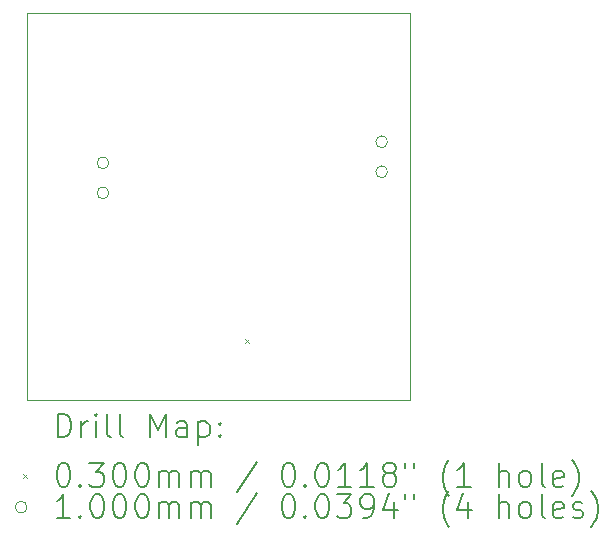
<source format=gbr>
%TF.GenerationSoftware,KiCad,Pcbnew,9.0.3*%
%TF.CreationDate,2025-11-11T20:03:33+05:30*%
%TF.ProjectId,mixed sig pcb(using microcontroller),6d697865-6420-4736-9967-207063622875,rev?*%
%TF.SameCoordinates,Original*%
%TF.FileFunction,Drillmap*%
%TF.FilePolarity,Positive*%
%FSLAX45Y45*%
G04 Gerber Fmt 4.5, Leading zero omitted, Abs format (unit mm)*
G04 Created by KiCad (PCBNEW 9.0.3) date 2025-11-11 20:03:33*
%MOMM*%
%LPD*%
G01*
G04 APERTURE LIST*
%ADD10C,0.050000*%
%ADD11C,0.200000*%
%ADD12C,0.100000*%
G04 APERTURE END LIST*
D10*
X14200000Y-8160000D02*
X17440000Y-8160000D01*
X17440000Y-11440000D01*
X14200000Y-11440000D01*
X14200000Y-8160000D01*
D11*
D12*
X16045000Y-10925000D02*
X16075000Y-10955000D01*
X16075000Y-10925000D02*
X16045000Y-10955000D01*
X14890000Y-9432500D02*
G75*
G02*
X14790000Y-9432500I-50000J0D01*
G01*
X14790000Y-9432500D02*
G75*
G02*
X14890000Y-9432500I50000J0D01*
G01*
X14890000Y-9686500D02*
G75*
G02*
X14790000Y-9686500I-50000J0D01*
G01*
X14790000Y-9686500D02*
G75*
G02*
X14890000Y-9686500I50000J0D01*
G01*
X17250000Y-9253500D02*
G75*
G02*
X17150000Y-9253500I-50000J0D01*
G01*
X17150000Y-9253500D02*
G75*
G02*
X17250000Y-9253500I50000J0D01*
G01*
X17250000Y-9507500D02*
G75*
G02*
X17150000Y-9507500I-50000J0D01*
G01*
X17150000Y-9507500D02*
G75*
G02*
X17250000Y-9507500I50000J0D01*
G01*
D11*
X14458277Y-11753984D02*
X14458277Y-11553984D01*
X14458277Y-11553984D02*
X14505896Y-11553984D01*
X14505896Y-11553984D02*
X14534467Y-11563508D01*
X14534467Y-11563508D02*
X14553515Y-11582555D01*
X14553515Y-11582555D02*
X14563039Y-11601603D01*
X14563039Y-11601603D02*
X14572562Y-11639698D01*
X14572562Y-11639698D02*
X14572562Y-11668269D01*
X14572562Y-11668269D02*
X14563039Y-11706365D01*
X14563039Y-11706365D02*
X14553515Y-11725412D01*
X14553515Y-11725412D02*
X14534467Y-11744460D01*
X14534467Y-11744460D02*
X14505896Y-11753984D01*
X14505896Y-11753984D02*
X14458277Y-11753984D01*
X14658277Y-11753984D02*
X14658277Y-11620650D01*
X14658277Y-11658746D02*
X14667801Y-11639698D01*
X14667801Y-11639698D02*
X14677324Y-11630174D01*
X14677324Y-11630174D02*
X14696372Y-11620650D01*
X14696372Y-11620650D02*
X14715420Y-11620650D01*
X14782086Y-11753984D02*
X14782086Y-11620650D01*
X14782086Y-11553984D02*
X14772562Y-11563508D01*
X14772562Y-11563508D02*
X14782086Y-11573031D01*
X14782086Y-11573031D02*
X14791610Y-11563508D01*
X14791610Y-11563508D02*
X14782086Y-11553984D01*
X14782086Y-11553984D02*
X14782086Y-11573031D01*
X14905896Y-11753984D02*
X14886848Y-11744460D01*
X14886848Y-11744460D02*
X14877324Y-11725412D01*
X14877324Y-11725412D02*
X14877324Y-11553984D01*
X15010658Y-11753984D02*
X14991610Y-11744460D01*
X14991610Y-11744460D02*
X14982086Y-11725412D01*
X14982086Y-11725412D02*
X14982086Y-11553984D01*
X15239229Y-11753984D02*
X15239229Y-11553984D01*
X15239229Y-11553984D02*
X15305896Y-11696841D01*
X15305896Y-11696841D02*
X15372562Y-11553984D01*
X15372562Y-11553984D02*
X15372562Y-11753984D01*
X15553515Y-11753984D02*
X15553515Y-11649222D01*
X15553515Y-11649222D02*
X15543991Y-11630174D01*
X15543991Y-11630174D02*
X15524943Y-11620650D01*
X15524943Y-11620650D02*
X15486848Y-11620650D01*
X15486848Y-11620650D02*
X15467801Y-11630174D01*
X15553515Y-11744460D02*
X15534467Y-11753984D01*
X15534467Y-11753984D02*
X15486848Y-11753984D01*
X15486848Y-11753984D02*
X15467801Y-11744460D01*
X15467801Y-11744460D02*
X15458277Y-11725412D01*
X15458277Y-11725412D02*
X15458277Y-11706365D01*
X15458277Y-11706365D02*
X15467801Y-11687317D01*
X15467801Y-11687317D02*
X15486848Y-11677793D01*
X15486848Y-11677793D02*
X15534467Y-11677793D01*
X15534467Y-11677793D02*
X15553515Y-11668269D01*
X15648753Y-11620650D02*
X15648753Y-11820650D01*
X15648753Y-11630174D02*
X15667801Y-11620650D01*
X15667801Y-11620650D02*
X15705896Y-11620650D01*
X15705896Y-11620650D02*
X15724943Y-11630174D01*
X15724943Y-11630174D02*
X15734467Y-11639698D01*
X15734467Y-11639698D02*
X15743991Y-11658746D01*
X15743991Y-11658746D02*
X15743991Y-11715888D01*
X15743991Y-11715888D02*
X15734467Y-11734936D01*
X15734467Y-11734936D02*
X15724943Y-11744460D01*
X15724943Y-11744460D02*
X15705896Y-11753984D01*
X15705896Y-11753984D02*
X15667801Y-11753984D01*
X15667801Y-11753984D02*
X15648753Y-11744460D01*
X15829705Y-11734936D02*
X15839229Y-11744460D01*
X15839229Y-11744460D02*
X15829705Y-11753984D01*
X15829705Y-11753984D02*
X15820182Y-11744460D01*
X15820182Y-11744460D02*
X15829705Y-11734936D01*
X15829705Y-11734936D02*
X15829705Y-11753984D01*
X15829705Y-11630174D02*
X15839229Y-11639698D01*
X15839229Y-11639698D02*
X15829705Y-11649222D01*
X15829705Y-11649222D02*
X15820182Y-11639698D01*
X15820182Y-11639698D02*
X15829705Y-11630174D01*
X15829705Y-11630174D02*
X15829705Y-11649222D01*
D12*
X14167500Y-12067500D02*
X14197500Y-12097500D01*
X14197500Y-12067500D02*
X14167500Y-12097500D01*
D11*
X14496372Y-11973984D02*
X14515420Y-11973984D01*
X14515420Y-11973984D02*
X14534467Y-11983508D01*
X14534467Y-11983508D02*
X14543991Y-11993031D01*
X14543991Y-11993031D02*
X14553515Y-12012079D01*
X14553515Y-12012079D02*
X14563039Y-12050174D01*
X14563039Y-12050174D02*
X14563039Y-12097793D01*
X14563039Y-12097793D02*
X14553515Y-12135888D01*
X14553515Y-12135888D02*
X14543991Y-12154936D01*
X14543991Y-12154936D02*
X14534467Y-12164460D01*
X14534467Y-12164460D02*
X14515420Y-12173984D01*
X14515420Y-12173984D02*
X14496372Y-12173984D01*
X14496372Y-12173984D02*
X14477324Y-12164460D01*
X14477324Y-12164460D02*
X14467801Y-12154936D01*
X14467801Y-12154936D02*
X14458277Y-12135888D01*
X14458277Y-12135888D02*
X14448753Y-12097793D01*
X14448753Y-12097793D02*
X14448753Y-12050174D01*
X14448753Y-12050174D02*
X14458277Y-12012079D01*
X14458277Y-12012079D02*
X14467801Y-11993031D01*
X14467801Y-11993031D02*
X14477324Y-11983508D01*
X14477324Y-11983508D02*
X14496372Y-11973984D01*
X14648753Y-12154936D02*
X14658277Y-12164460D01*
X14658277Y-12164460D02*
X14648753Y-12173984D01*
X14648753Y-12173984D02*
X14639229Y-12164460D01*
X14639229Y-12164460D02*
X14648753Y-12154936D01*
X14648753Y-12154936D02*
X14648753Y-12173984D01*
X14724943Y-11973984D02*
X14848753Y-11973984D01*
X14848753Y-11973984D02*
X14782086Y-12050174D01*
X14782086Y-12050174D02*
X14810658Y-12050174D01*
X14810658Y-12050174D02*
X14829705Y-12059698D01*
X14829705Y-12059698D02*
X14839229Y-12069222D01*
X14839229Y-12069222D02*
X14848753Y-12088269D01*
X14848753Y-12088269D02*
X14848753Y-12135888D01*
X14848753Y-12135888D02*
X14839229Y-12154936D01*
X14839229Y-12154936D02*
X14829705Y-12164460D01*
X14829705Y-12164460D02*
X14810658Y-12173984D01*
X14810658Y-12173984D02*
X14753515Y-12173984D01*
X14753515Y-12173984D02*
X14734467Y-12164460D01*
X14734467Y-12164460D02*
X14724943Y-12154936D01*
X14972562Y-11973984D02*
X14991610Y-11973984D01*
X14991610Y-11973984D02*
X15010658Y-11983508D01*
X15010658Y-11983508D02*
X15020182Y-11993031D01*
X15020182Y-11993031D02*
X15029705Y-12012079D01*
X15029705Y-12012079D02*
X15039229Y-12050174D01*
X15039229Y-12050174D02*
X15039229Y-12097793D01*
X15039229Y-12097793D02*
X15029705Y-12135888D01*
X15029705Y-12135888D02*
X15020182Y-12154936D01*
X15020182Y-12154936D02*
X15010658Y-12164460D01*
X15010658Y-12164460D02*
X14991610Y-12173984D01*
X14991610Y-12173984D02*
X14972562Y-12173984D01*
X14972562Y-12173984D02*
X14953515Y-12164460D01*
X14953515Y-12164460D02*
X14943991Y-12154936D01*
X14943991Y-12154936D02*
X14934467Y-12135888D01*
X14934467Y-12135888D02*
X14924943Y-12097793D01*
X14924943Y-12097793D02*
X14924943Y-12050174D01*
X14924943Y-12050174D02*
X14934467Y-12012079D01*
X14934467Y-12012079D02*
X14943991Y-11993031D01*
X14943991Y-11993031D02*
X14953515Y-11983508D01*
X14953515Y-11983508D02*
X14972562Y-11973984D01*
X15163039Y-11973984D02*
X15182086Y-11973984D01*
X15182086Y-11973984D02*
X15201134Y-11983508D01*
X15201134Y-11983508D02*
X15210658Y-11993031D01*
X15210658Y-11993031D02*
X15220182Y-12012079D01*
X15220182Y-12012079D02*
X15229705Y-12050174D01*
X15229705Y-12050174D02*
X15229705Y-12097793D01*
X15229705Y-12097793D02*
X15220182Y-12135888D01*
X15220182Y-12135888D02*
X15210658Y-12154936D01*
X15210658Y-12154936D02*
X15201134Y-12164460D01*
X15201134Y-12164460D02*
X15182086Y-12173984D01*
X15182086Y-12173984D02*
X15163039Y-12173984D01*
X15163039Y-12173984D02*
X15143991Y-12164460D01*
X15143991Y-12164460D02*
X15134467Y-12154936D01*
X15134467Y-12154936D02*
X15124943Y-12135888D01*
X15124943Y-12135888D02*
X15115420Y-12097793D01*
X15115420Y-12097793D02*
X15115420Y-12050174D01*
X15115420Y-12050174D02*
X15124943Y-12012079D01*
X15124943Y-12012079D02*
X15134467Y-11993031D01*
X15134467Y-11993031D02*
X15143991Y-11983508D01*
X15143991Y-11983508D02*
X15163039Y-11973984D01*
X15315420Y-12173984D02*
X15315420Y-12040650D01*
X15315420Y-12059698D02*
X15324943Y-12050174D01*
X15324943Y-12050174D02*
X15343991Y-12040650D01*
X15343991Y-12040650D02*
X15372563Y-12040650D01*
X15372563Y-12040650D02*
X15391610Y-12050174D01*
X15391610Y-12050174D02*
X15401134Y-12069222D01*
X15401134Y-12069222D02*
X15401134Y-12173984D01*
X15401134Y-12069222D02*
X15410658Y-12050174D01*
X15410658Y-12050174D02*
X15429705Y-12040650D01*
X15429705Y-12040650D02*
X15458277Y-12040650D01*
X15458277Y-12040650D02*
X15477324Y-12050174D01*
X15477324Y-12050174D02*
X15486848Y-12069222D01*
X15486848Y-12069222D02*
X15486848Y-12173984D01*
X15582086Y-12173984D02*
X15582086Y-12040650D01*
X15582086Y-12059698D02*
X15591610Y-12050174D01*
X15591610Y-12050174D02*
X15610658Y-12040650D01*
X15610658Y-12040650D02*
X15639229Y-12040650D01*
X15639229Y-12040650D02*
X15658277Y-12050174D01*
X15658277Y-12050174D02*
X15667801Y-12069222D01*
X15667801Y-12069222D02*
X15667801Y-12173984D01*
X15667801Y-12069222D02*
X15677324Y-12050174D01*
X15677324Y-12050174D02*
X15696372Y-12040650D01*
X15696372Y-12040650D02*
X15724943Y-12040650D01*
X15724943Y-12040650D02*
X15743991Y-12050174D01*
X15743991Y-12050174D02*
X15753515Y-12069222D01*
X15753515Y-12069222D02*
X15753515Y-12173984D01*
X16143991Y-11964460D02*
X15972563Y-12221603D01*
X16401134Y-11973984D02*
X16420182Y-11973984D01*
X16420182Y-11973984D02*
X16439229Y-11983508D01*
X16439229Y-11983508D02*
X16448753Y-11993031D01*
X16448753Y-11993031D02*
X16458277Y-12012079D01*
X16458277Y-12012079D02*
X16467801Y-12050174D01*
X16467801Y-12050174D02*
X16467801Y-12097793D01*
X16467801Y-12097793D02*
X16458277Y-12135888D01*
X16458277Y-12135888D02*
X16448753Y-12154936D01*
X16448753Y-12154936D02*
X16439229Y-12164460D01*
X16439229Y-12164460D02*
X16420182Y-12173984D01*
X16420182Y-12173984D02*
X16401134Y-12173984D01*
X16401134Y-12173984D02*
X16382086Y-12164460D01*
X16382086Y-12164460D02*
X16372563Y-12154936D01*
X16372563Y-12154936D02*
X16363039Y-12135888D01*
X16363039Y-12135888D02*
X16353515Y-12097793D01*
X16353515Y-12097793D02*
X16353515Y-12050174D01*
X16353515Y-12050174D02*
X16363039Y-12012079D01*
X16363039Y-12012079D02*
X16372563Y-11993031D01*
X16372563Y-11993031D02*
X16382086Y-11983508D01*
X16382086Y-11983508D02*
X16401134Y-11973984D01*
X16553515Y-12154936D02*
X16563039Y-12164460D01*
X16563039Y-12164460D02*
X16553515Y-12173984D01*
X16553515Y-12173984D02*
X16543991Y-12164460D01*
X16543991Y-12164460D02*
X16553515Y-12154936D01*
X16553515Y-12154936D02*
X16553515Y-12173984D01*
X16686848Y-11973984D02*
X16705896Y-11973984D01*
X16705896Y-11973984D02*
X16724944Y-11983508D01*
X16724944Y-11983508D02*
X16734467Y-11993031D01*
X16734467Y-11993031D02*
X16743991Y-12012079D01*
X16743991Y-12012079D02*
X16753515Y-12050174D01*
X16753515Y-12050174D02*
X16753515Y-12097793D01*
X16753515Y-12097793D02*
X16743991Y-12135888D01*
X16743991Y-12135888D02*
X16734467Y-12154936D01*
X16734467Y-12154936D02*
X16724944Y-12164460D01*
X16724944Y-12164460D02*
X16705896Y-12173984D01*
X16705896Y-12173984D02*
X16686848Y-12173984D01*
X16686848Y-12173984D02*
X16667801Y-12164460D01*
X16667801Y-12164460D02*
X16658277Y-12154936D01*
X16658277Y-12154936D02*
X16648753Y-12135888D01*
X16648753Y-12135888D02*
X16639229Y-12097793D01*
X16639229Y-12097793D02*
X16639229Y-12050174D01*
X16639229Y-12050174D02*
X16648753Y-12012079D01*
X16648753Y-12012079D02*
X16658277Y-11993031D01*
X16658277Y-11993031D02*
X16667801Y-11983508D01*
X16667801Y-11983508D02*
X16686848Y-11973984D01*
X16943991Y-12173984D02*
X16829706Y-12173984D01*
X16886848Y-12173984D02*
X16886848Y-11973984D01*
X16886848Y-11973984D02*
X16867801Y-12002555D01*
X16867801Y-12002555D02*
X16848753Y-12021603D01*
X16848753Y-12021603D02*
X16829706Y-12031127D01*
X17134468Y-12173984D02*
X17020182Y-12173984D01*
X17077325Y-12173984D02*
X17077325Y-11973984D01*
X17077325Y-11973984D02*
X17058277Y-12002555D01*
X17058277Y-12002555D02*
X17039229Y-12021603D01*
X17039229Y-12021603D02*
X17020182Y-12031127D01*
X17248753Y-12059698D02*
X17229706Y-12050174D01*
X17229706Y-12050174D02*
X17220182Y-12040650D01*
X17220182Y-12040650D02*
X17210658Y-12021603D01*
X17210658Y-12021603D02*
X17210658Y-12012079D01*
X17210658Y-12012079D02*
X17220182Y-11993031D01*
X17220182Y-11993031D02*
X17229706Y-11983508D01*
X17229706Y-11983508D02*
X17248753Y-11973984D01*
X17248753Y-11973984D02*
X17286849Y-11973984D01*
X17286849Y-11973984D02*
X17305896Y-11983508D01*
X17305896Y-11983508D02*
X17315420Y-11993031D01*
X17315420Y-11993031D02*
X17324944Y-12012079D01*
X17324944Y-12012079D02*
X17324944Y-12021603D01*
X17324944Y-12021603D02*
X17315420Y-12040650D01*
X17315420Y-12040650D02*
X17305896Y-12050174D01*
X17305896Y-12050174D02*
X17286849Y-12059698D01*
X17286849Y-12059698D02*
X17248753Y-12059698D01*
X17248753Y-12059698D02*
X17229706Y-12069222D01*
X17229706Y-12069222D02*
X17220182Y-12078746D01*
X17220182Y-12078746D02*
X17210658Y-12097793D01*
X17210658Y-12097793D02*
X17210658Y-12135888D01*
X17210658Y-12135888D02*
X17220182Y-12154936D01*
X17220182Y-12154936D02*
X17229706Y-12164460D01*
X17229706Y-12164460D02*
X17248753Y-12173984D01*
X17248753Y-12173984D02*
X17286849Y-12173984D01*
X17286849Y-12173984D02*
X17305896Y-12164460D01*
X17305896Y-12164460D02*
X17315420Y-12154936D01*
X17315420Y-12154936D02*
X17324944Y-12135888D01*
X17324944Y-12135888D02*
X17324944Y-12097793D01*
X17324944Y-12097793D02*
X17315420Y-12078746D01*
X17315420Y-12078746D02*
X17305896Y-12069222D01*
X17305896Y-12069222D02*
X17286849Y-12059698D01*
X17401134Y-11973984D02*
X17401134Y-12012079D01*
X17477325Y-11973984D02*
X17477325Y-12012079D01*
X17772563Y-12250174D02*
X17763039Y-12240650D01*
X17763039Y-12240650D02*
X17743991Y-12212079D01*
X17743991Y-12212079D02*
X17734468Y-12193031D01*
X17734468Y-12193031D02*
X17724944Y-12164460D01*
X17724944Y-12164460D02*
X17715420Y-12116841D01*
X17715420Y-12116841D02*
X17715420Y-12078746D01*
X17715420Y-12078746D02*
X17724944Y-12031127D01*
X17724944Y-12031127D02*
X17734468Y-12002555D01*
X17734468Y-12002555D02*
X17743991Y-11983508D01*
X17743991Y-11983508D02*
X17763039Y-11954936D01*
X17763039Y-11954936D02*
X17772563Y-11945412D01*
X17953515Y-12173984D02*
X17839230Y-12173984D01*
X17896372Y-12173984D02*
X17896372Y-11973984D01*
X17896372Y-11973984D02*
X17877325Y-12002555D01*
X17877325Y-12002555D02*
X17858277Y-12021603D01*
X17858277Y-12021603D02*
X17839230Y-12031127D01*
X18191611Y-12173984D02*
X18191611Y-11973984D01*
X18277325Y-12173984D02*
X18277325Y-12069222D01*
X18277325Y-12069222D02*
X18267801Y-12050174D01*
X18267801Y-12050174D02*
X18248753Y-12040650D01*
X18248753Y-12040650D02*
X18220182Y-12040650D01*
X18220182Y-12040650D02*
X18201134Y-12050174D01*
X18201134Y-12050174D02*
X18191611Y-12059698D01*
X18401134Y-12173984D02*
X18382087Y-12164460D01*
X18382087Y-12164460D02*
X18372563Y-12154936D01*
X18372563Y-12154936D02*
X18363039Y-12135888D01*
X18363039Y-12135888D02*
X18363039Y-12078746D01*
X18363039Y-12078746D02*
X18372563Y-12059698D01*
X18372563Y-12059698D02*
X18382087Y-12050174D01*
X18382087Y-12050174D02*
X18401134Y-12040650D01*
X18401134Y-12040650D02*
X18429706Y-12040650D01*
X18429706Y-12040650D02*
X18448753Y-12050174D01*
X18448753Y-12050174D02*
X18458277Y-12059698D01*
X18458277Y-12059698D02*
X18467801Y-12078746D01*
X18467801Y-12078746D02*
X18467801Y-12135888D01*
X18467801Y-12135888D02*
X18458277Y-12154936D01*
X18458277Y-12154936D02*
X18448753Y-12164460D01*
X18448753Y-12164460D02*
X18429706Y-12173984D01*
X18429706Y-12173984D02*
X18401134Y-12173984D01*
X18582087Y-12173984D02*
X18563039Y-12164460D01*
X18563039Y-12164460D02*
X18553515Y-12145412D01*
X18553515Y-12145412D02*
X18553515Y-11973984D01*
X18734468Y-12164460D02*
X18715420Y-12173984D01*
X18715420Y-12173984D02*
X18677325Y-12173984D01*
X18677325Y-12173984D02*
X18658277Y-12164460D01*
X18658277Y-12164460D02*
X18648753Y-12145412D01*
X18648753Y-12145412D02*
X18648753Y-12069222D01*
X18648753Y-12069222D02*
X18658277Y-12050174D01*
X18658277Y-12050174D02*
X18677325Y-12040650D01*
X18677325Y-12040650D02*
X18715420Y-12040650D01*
X18715420Y-12040650D02*
X18734468Y-12050174D01*
X18734468Y-12050174D02*
X18743992Y-12069222D01*
X18743992Y-12069222D02*
X18743992Y-12088269D01*
X18743992Y-12088269D02*
X18648753Y-12107317D01*
X18810658Y-12250174D02*
X18820182Y-12240650D01*
X18820182Y-12240650D02*
X18839230Y-12212079D01*
X18839230Y-12212079D02*
X18848753Y-12193031D01*
X18848753Y-12193031D02*
X18858277Y-12164460D01*
X18858277Y-12164460D02*
X18867801Y-12116841D01*
X18867801Y-12116841D02*
X18867801Y-12078746D01*
X18867801Y-12078746D02*
X18858277Y-12031127D01*
X18858277Y-12031127D02*
X18848753Y-12002555D01*
X18848753Y-12002555D02*
X18839230Y-11983508D01*
X18839230Y-11983508D02*
X18820182Y-11954936D01*
X18820182Y-11954936D02*
X18810658Y-11945412D01*
D12*
X14197500Y-12346500D02*
G75*
G02*
X14097500Y-12346500I-50000J0D01*
G01*
X14097500Y-12346500D02*
G75*
G02*
X14197500Y-12346500I50000J0D01*
G01*
D11*
X14563039Y-12437984D02*
X14448753Y-12437984D01*
X14505896Y-12437984D02*
X14505896Y-12237984D01*
X14505896Y-12237984D02*
X14486848Y-12266555D01*
X14486848Y-12266555D02*
X14467801Y-12285603D01*
X14467801Y-12285603D02*
X14448753Y-12295127D01*
X14648753Y-12418936D02*
X14658277Y-12428460D01*
X14658277Y-12428460D02*
X14648753Y-12437984D01*
X14648753Y-12437984D02*
X14639229Y-12428460D01*
X14639229Y-12428460D02*
X14648753Y-12418936D01*
X14648753Y-12418936D02*
X14648753Y-12437984D01*
X14782086Y-12237984D02*
X14801134Y-12237984D01*
X14801134Y-12237984D02*
X14820182Y-12247508D01*
X14820182Y-12247508D02*
X14829705Y-12257031D01*
X14829705Y-12257031D02*
X14839229Y-12276079D01*
X14839229Y-12276079D02*
X14848753Y-12314174D01*
X14848753Y-12314174D02*
X14848753Y-12361793D01*
X14848753Y-12361793D02*
X14839229Y-12399888D01*
X14839229Y-12399888D02*
X14829705Y-12418936D01*
X14829705Y-12418936D02*
X14820182Y-12428460D01*
X14820182Y-12428460D02*
X14801134Y-12437984D01*
X14801134Y-12437984D02*
X14782086Y-12437984D01*
X14782086Y-12437984D02*
X14763039Y-12428460D01*
X14763039Y-12428460D02*
X14753515Y-12418936D01*
X14753515Y-12418936D02*
X14743991Y-12399888D01*
X14743991Y-12399888D02*
X14734467Y-12361793D01*
X14734467Y-12361793D02*
X14734467Y-12314174D01*
X14734467Y-12314174D02*
X14743991Y-12276079D01*
X14743991Y-12276079D02*
X14753515Y-12257031D01*
X14753515Y-12257031D02*
X14763039Y-12247508D01*
X14763039Y-12247508D02*
X14782086Y-12237984D01*
X14972562Y-12237984D02*
X14991610Y-12237984D01*
X14991610Y-12237984D02*
X15010658Y-12247508D01*
X15010658Y-12247508D02*
X15020182Y-12257031D01*
X15020182Y-12257031D02*
X15029705Y-12276079D01*
X15029705Y-12276079D02*
X15039229Y-12314174D01*
X15039229Y-12314174D02*
X15039229Y-12361793D01*
X15039229Y-12361793D02*
X15029705Y-12399888D01*
X15029705Y-12399888D02*
X15020182Y-12418936D01*
X15020182Y-12418936D02*
X15010658Y-12428460D01*
X15010658Y-12428460D02*
X14991610Y-12437984D01*
X14991610Y-12437984D02*
X14972562Y-12437984D01*
X14972562Y-12437984D02*
X14953515Y-12428460D01*
X14953515Y-12428460D02*
X14943991Y-12418936D01*
X14943991Y-12418936D02*
X14934467Y-12399888D01*
X14934467Y-12399888D02*
X14924943Y-12361793D01*
X14924943Y-12361793D02*
X14924943Y-12314174D01*
X14924943Y-12314174D02*
X14934467Y-12276079D01*
X14934467Y-12276079D02*
X14943991Y-12257031D01*
X14943991Y-12257031D02*
X14953515Y-12247508D01*
X14953515Y-12247508D02*
X14972562Y-12237984D01*
X15163039Y-12237984D02*
X15182086Y-12237984D01*
X15182086Y-12237984D02*
X15201134Y-12247508D01*
X15201134Y-12247508D02*
X15210658Y-12257031D01*
X15210658Y-12257031D02*
X15220182Y-12276079D01*
X15220182Y-12276079D02*
X15229705Y-12314174D01*
X15229705Y-12314174D02*
X15229705Y-12361793D01*
X15229705Y-12361793D02*
X15220182Y-12399888D01*
X15220182Y-12399888D02*
X15210658Y-12418936D01*
X15210658Y-12418936D02*
X15201134Y-12428460D01*
X15201134Y-12428460D02*
X15182086Y-12437984D01*
X15182086Y-12437984D02*
X15163039Y-12437984D01*
X15163039Y-12437984D02*
X15143991Y-12428460D01*
X15143991Y-12428460D02*
X15134467Y-12418936D01*
X15134467Y-12418936D02*
X15124943Y-12399888D01*
X15124943Y-12399888D02*
X15115420Y-12361793D01*
X15115420Y-12361793D02*
X15115420Y-12314174D01*
X15115420Y-12314174D02*
X15124943Y-12276079D01*
X15124943Y-12276079D02*
X15134467Y-12257031D01*
X15134467Y-12257031D02*
X15143991Y-12247508D01*
X15143991Y-12247508D02*
X15163039Y-12237984D01*
X15315420Y-12437984D02*
X15315420Y-12304650D01*
X15315420Y-12323698D02*
X15324943Y-12314174D01*
X15324943Y-12314174D02*
X15343991Y-12304650D01*
X15343991Y-12304650D02*
X15372563Y-12304650D01*
X15372563Y-12304650D02*
X15391610Y-12314174D01*
X15391610Y-12314174D02*
X15401134Y-12333222D01*
X15401134Y-12333222D02*
X15401134Y-12437984D01*
X15401134Y-12333222D02*
X15410658Y-12314174D01*
X15410658Y-12314174D02*
X15429705Y-12304650D01*
X15429705Y-12304650D02*
X15458277Y-12304650D01*
X15458277Y-12304650D02*
X15477324Y-12314174D01*
X15477324Y-12314174D02*
X15486848Y-12333222D01*
X15486848Y-12333222D02*
X15486848Y-12437984D01*
X15582086Y-12437984D02*
X15582086Y-12304650D01*
X15582086Y-12323698D02*
X15591610Y-12314174D01*
X15591610Y-12314174D02*
X15610658Y-12304650D01*
X15610658Y-12304650D02*
X15639229Y-12304650D01*
X15639229Y-12304650D02*
X15658277Y-12314174D01*
X15658277Y-12314174D02*
X15667801Y-12333222D01*
X15667801Y-12333222D02*
X15667801Y-12437984D01*
X15667801Y-12333222D02*
X15677324Y-12314174D01*
X15677324Y-12314174D02*
X15696372Y-12304650D01*
X15696372Y-12304650D02*
X15724943Y-12304650D01*
X15724943Y-12304650D02*
X15743991Y-12314174D01*
X15743991Y-12314174D02*
X15753515Y-12333222D01*
X15753515Y-12333222D02*
X15753515Y-12437984D01*
X16143991Y-12228460D02*
X15972563Y-12485603D01*
X16401134Y-12237984D02*
X16420182Y-12237984D01*
X16420182Y-12237984D02*
X16439229Y-12247508D01*
X16439229Y-12247508D02*
X16448753Y-12257031D01*
X16448753Y-12257031D02*
X16458277Y-12276079D01*
X16458277Y-12276079D02*
X16467801Y-12314174D01*
X16467801Y-12314174D02*
X16467801Y-12361793D01*
X16467801Y-12361793D02*
X16458277Y-12399888D01*
X16458277Y-12399888D02*
X16448753Y-12418936D01*
X16448753Y-12418936D02*
X16439229Y-12428460D01*
X16439229Y-12428460D02*
X16420182Y-12437984D01*
X16420182Y-12437984D02*
X16401134Y-12437984D01*
X16401134Y-12437984D02*
X16382086Y-12428460D01*
X16382086Y-12428460D02*
X16372563Y-12418936D01*
X16372563Y-12418936D02*
X16363039Y-12399888D01*
X16363039Y-12399888D02*
X16353515Y-12361793D01*
X16353515Y-12361793D02*
X16353515Y-12314174D01*
X16353515Y-12314174D02*
X16363039Y-12276079D01*
X16363039Y-12276079D02*
X16372563Y-12257031D01*
X16372563Y-12257031D02*
X16382086Y-12247508D01*
X16382086Y-12247508D02*
X16401134Y-12237984D01*
X16553515Y-12418936D02*
X16563039Y-12428460D01*
X16563039Y-12428460D02*
X16553515Y-12437984D01*
X16553515Y-12437984D02*
X16543991Y-12428460D01*
X16543991Y-12428460D02*
X16553515Y-12418936D01*
X16553515Y-12418936D02*
X16553515Y-12437984D01*
X16686848Y-12237984D02*
X16705896Y-12237984D01*
X16705896Y-12237984D02*
X16724944Y-12247508D01*
X16724944Y-12247508D02*
X16734467Y-12257031D01*
X16734467Y-12257031D02*
X16743991Y-12276079D01*
X16743991Y-12276079D02*
X16753515Y-12314174D01*
X16753515Y-12314174D02*
X16753515Y-12361793D01*
X16753515Y-12361793D02*
X16743991Y-12399888D01*
X16743991Y-12399888D02*
X16734467Y-12418936D01*
X16734467Y-12418936D02*
X16724944Y-12428460D01*
X16724944Y-12428460D02*
X16705896Y-12437984D01*
X16705896Y-12437984D02*
X16686848Y-12437984D01*
X16686848Y-12437984D02*
X16667801Y-12428460D01*
X16667801Y-12428460D02*
X16658277Y-12418936D01*
X16658277Y-12418936D02*
X16648753Y-12399888D01*
X16648753Y-12399888D02*
X16639229Y-12361793D01*
X16639229Y-12361793D02*
X16639229Y-12314174D01*
X16639229Y-12314174D02*
X16648753Y-12276079D01*
X16648753Y-12276079D02*
X16658277Y-12257031D01*
X16658277Y-12257031D02*
X16667801Y-12247508D01*
X16667801Y-12247508D02*
X16686848Y-12237984D01*
X16820182Y-12237984D02*
X16943991Y-12237984D01*
X16943991Y-12237984D02*
X16877325Y-12314174D01*
X16877325Y-12314174D02*
X16905896Y-12314174D01*
X16905896Y-12314174D02*
X16924944Y-12323698D01*
X16924944Y-12323698D02*
X16934468Y-12333222D01*
X16934468Y-12333222D02*
X16943991Y-12352269D01*
X16943991Y-12352269D02*
X16943991Y-12399888D01*
X16943991Y-12399888D02*
X16934468Y-12418936D01*
X16934468Y-12418936D02*
X16924944Y-12428460D01*
X16924944Y-12428460D02*
X16905896Y-12437984D01*
X16905896Y-12437984D02*
X16848753Y-12437984D01*
X16848753Y-12437984D02*
X16829706Y-12428460D01*
X16829706Y-12428460D02*
X16820182Y-12418936D01*
X17039229Y-12437984D02*
X17077325Y-12437984D01*
X17077325Y-12437984D02*
X17096372Y-12428460D01*
X17096372Y-12428460D02*
X17105896Y-12418936D01*
X17105896Y-12418936D02*
X17124944Y-12390365D01*
X17124944Y-12390365D02*
X17134468Y-12352269D01*
X17134468Y-12352269D02*
X17134468Y-12276079D01*
X17134468Y-12276079D02*
X17124944Y-12257031D01*
X17124944Y-12257031D02*
X17115420Y-12247508D01*
X17115420Y-12247508D02*
X17096372Y-12237984D01*
X17096372Y-12237984D02*
X17058277Y-12237984D01*
X17058277Y-12237984D02*
X17039229Y-12247508D01*
X17039229Y-12247508D02*
X17029706Y-12257031D01*
X17029706Y-12257031D02*
X17020182Y-12276079D01*
X17020182Y-12276079D02*
X17020182Y-12323698D01*
X17020182Y-12323698D02*
X17029706Y-12342746D01*
X17029706Y-12342746D02*
X17039229Y-12352269D01*
X17039229Y-12352269D02*
X17058277Y-12361793D01*
X17058277Y-12361793D02*
X17096372Y-12361793D01*
X17096372Y-12361793D02*
X17115420Y-12352269D01*
X17115420Y-12352269D02*
X17124944Y-12342746D01*
X17124944Y-12342746D02*
X17134468Y-12323698D01*
X17305896Y-12304650D02*
X17305896Y-12437984D01*
X17258277Y-12228460D02*
X17210658Y-12371317D01*
X17210658Y-12371317D02*
X17334468Y-12371317D01*
X17401134Y-12237984D02*
X17401134Y-12276079D01*
X17477325Y-12237984D02*
X17477325Y-12276079D01*
X17772563Y-12514174D02*
X17763039Y-12504650D01*
X17763039Y-12504650D02*
X17743991Y-12476079D01*
X17743991Y-12476079D02*
X17734468Y-12457031D01*
X17734468Y-12457031D02*
X17724944Y-12428460D01*
X17724944Y-12428460D02*
X17715420Y-12380841D01*
X17715420Y-12380841D02*
X17715420Y-12342746D01*
X17715420Y-12342746D02*
X17724944Y-12295127D01*
X17724944Y-12295127D02*
X17734468Y-12266555D01*
X17734468Y-12266555D02*
X17743991Y-12247508D01*
X17743991Y-12247508D02*
X17763039Y-12218936D01*
X17763039Y-12218936D02*
X17772563Y-12209412D01*
X17934468Y-12304650D02*
X17934468Y-12437984D01*
X17886849Y-12228460D02*
X17839230Y-12371317D01*
X17839230Y-12371317D02*
X17963039Y-12371317D01*
X18191611Y-12437984D02*
X18191611Y-12237984D01*
X18277325Y-12437984D02*
X18277325Y-12333222D01*
X18277325Y-12333222D02*
X18267801Y-12314174D01*
X18267801Y-12314174D02*
X18248753Y-12304650D01*
X18248753Y-12304650D02*
X18220182Y-12304650D01*
X18220182Y-12304650D02*
X18201134Y-12314174D01*
X18201134Y-12314174D02*
X18191611Y-12323698D01*
X18401134Y-12437984D02*
X18382087Y-12428460D01*
X18382087Y-12428460D02*
X18372563Y-12418936D01*
X18372563Y-12418936D02*
X18363039Y-12399888D01*
X18363039Y-12399888D02*
X18363039Y-12342746D01*
X18363039Y-12342746D02*
X18372563Y-12323698D01*
X18372563Y-12323698D02*
X18382087Y-12314174D01*
X18382087Y-12314174D02*
X18401134Y-12304650D01*
X18401134Y-12304650D02*
X18429706Y-12304650D01*
X18429706Y-12304650D02*
X18448753Y-12314174D01*
X18448753Y-12314174D02*
X18458277Y-12323698D01*
X18458277Y-12323698D02*
X18467801Y-12342746D01*
X18467801Y-12342746D02*
X18467801Y-12399888D01*
X18467801Y-12399888D02*
X18458277Y-12418936D01*
X18458277Y-12418936D02*
X18448753Y-12428460D01*
X18448753Y-12428460D02*
X18429706Y-12437984D01*
X18429706Y-12437984D02*
X18401134Y-12437984D01*
X18582087Y-12437984D02*
X18563039Y-12428460D01*
X18563039Y-12428460D02*
X18553515Y-12409412D01*
X18553515Y-12409412D02*
X18553515Y-12237984D01*
X18734468Y-12428460D02*
X18715420Y-12437984D01*
X18715420Y-12437984D02*
X18677325Y-12437984D01*
X18677325Y-12437984D02*
X18658277Y-12428460D01*
X18658277Y-12428460D02*
X18648753Y-12409412D01*
X18648753Y-12409412D02*
X18648753Y-12333222D01*
X18648753Y-12333222D02*
X18658277Y-12314174D01*
X18658277Y-12314174D02*
X18677325Y-12304650D01*
X18677325Y-12304650D02*
X18715420Y-12304650D01*
X18715420Y-12304650D02*
X18734468Y-12314174D01*
X18734468Y-12314174D02*
X18743992Y-12333222D01*
X18743992Y-12333222D02*
X18743992Y-12352269D01*
X18743992Y-12352269D02*
X18648753Y-12371317D01*
X18820182Y-12428460D02*
X18839230Y-12437984D01*
X18839230Y-12437984D02*
X18877325Y-12437984D01*
X18877325Y-12437984D02*
X18896373Y-12428460D01*
X18896373Y-12428460D02*
X18905896Y-12409412D01*
X18905896Y-12409412D02*
X18905896Y-12399888D01*
X18905896Y-12399888D02*
X18896373Y-12380841D01*
X18896373Y-12380841D02*
X18877325Y-12371317D01*
X18877325Y-12371317D02*
X18848753Y-12371317D01*
X18848753Y-12371317D02*
X18829706Y-12361793D01*
X18829706Y-12361793D02*
X18820182Y-12342746D01*
X18820182Y-12342746D02*
X18820182Y-12333222D01*
X18820182Y-12333222D02*
X18829706Y-12314174D01*
X18829706Y-12314174D02*
X18848753Y-12304650D01*
X18848753Y-12304650D02*
X18877325Y-12304650D01*
X18877325Y-12304650D02*
X18896373Y-12314174D01*
X18972563Y-12514174D02*
X18982087Y-12504650D01*
X18982087Y-12504650D02*
X19001134Y-12476079D01*
X19001134Y-12476079D02*
X19010658Y-12457031D01*
X19010658Y-12457031D02*
X19020182Y-12428460D01*
X19020182Y-12428460D02*
X19029706Y-12380841D01*
X19029706Y-12380841D02*
X19029706Y-12342746D01*
X19029706Y-12342746D02*
X19020182Y-12295127D01*
X19020182Y-12295127D02*
X19010658Y-12266555D01*
X19010658Y-12266555D02*
X19001134Y-12247508D01*
X19001134Y-12247508D02*
X18982087Y-12218936D01*
X18982087Y-12218936D02*
X18972563Y-12209412D01*
M02*

</source>
